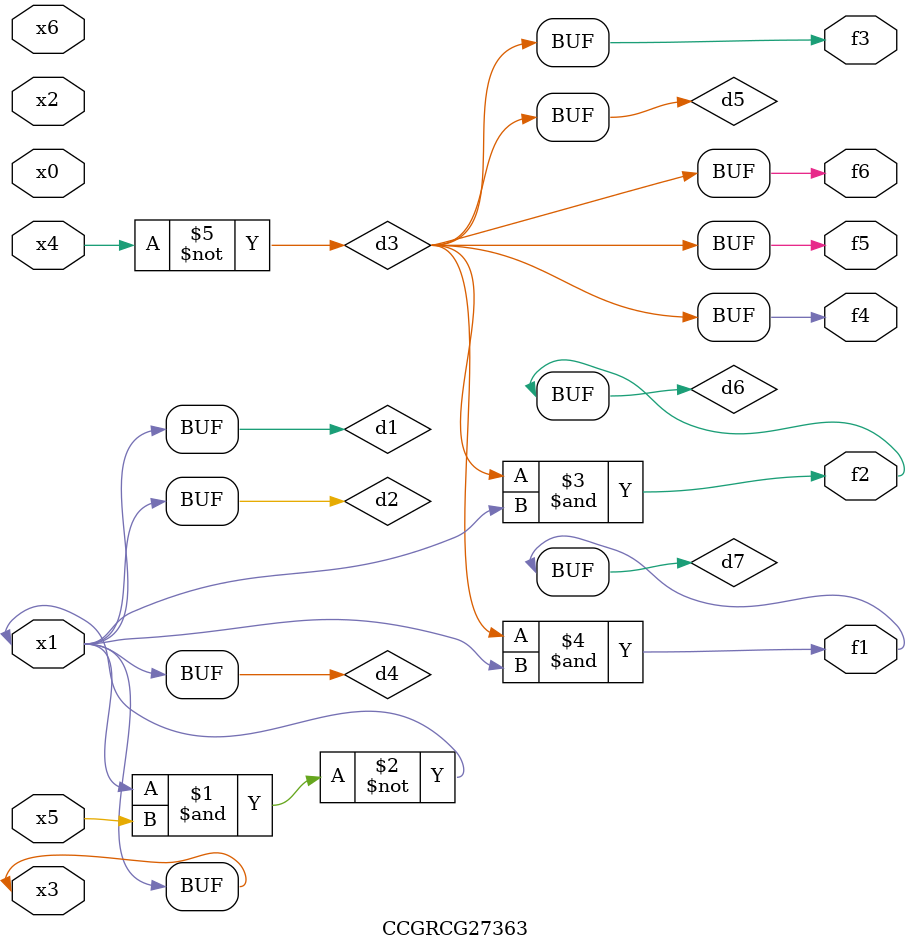
<source format=v>
module CCGRCG27363(
	input x0, x1, x2, x3, x4, x5, x6,
	output f1, f2, f3, f4, f5, f6
);

	wire d1, d2, d3, d4, d5, d6, d7;

	buf (d1, x1, x3);
	nand (d2, x1, x5);
	not (d3, x4);
	buf (d4, d1, d2);
	buf (d5, d3);
	and (d6, d3, d4);
	and (d7, d3, d4);
	assign f1 = d7;
	assign f2 = d6;
	assign f3 = d5;
	assign f4 = d5;
	assign f5 = d5;
	assign f6 = d5;
endmodule

</source>
